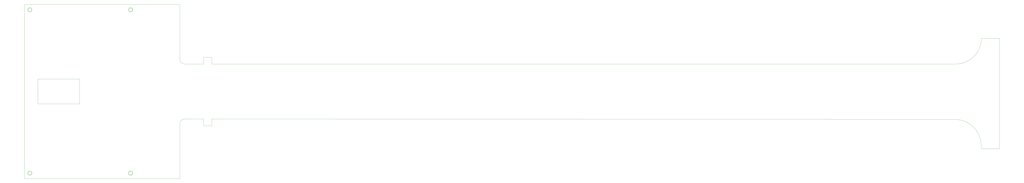
<source format=gm1>
G04 #@! TF.GenerationSoftware,KiCad,Pcbnew,6.0.4*
G04 #@! TF.CreationDate,2022-05-04T22:08:56-05:00*
G04 #@! TF.ProjectId,8ch_mas_flex,3863685f-6d61-4735-9f66-6c65782e6b69,rev?*
G04 #@! TF.SameCoordinates,Original*
G04 #@! TF.FileFunction,Profile,NP*
%FSLAX46Y46*%
G04 Gerber Fmt 4.6, Leading zero omitted, Abs format (unit mm)*
G04 Created by KiCad (PCBNEW 6.0.4) date 2022-05-04 22:08:56*
%MOMM*%
%LPD*%
G01*
G04 APERTURE LIST*
G04 #@! TA.AperFunction,Profile*
%ADD10C,0.040000*%
G04 #@! TD*
G04 #@! TA.AperFunction,Profile*
%ADD11C,0.150000*%
G04 #@! TD*
G04 #@! TA.AperFunction,Profile*
%ADD12C,0.100000*%
G04 #@! TD*
G04 APERTURE END LIST*
D10*
X-44060000Y-77900000D02*
X-44060000Y-81900000D01*
X408610080Y-129133132D02*
X408686000Y-131267200D01*
X-116199500Y-105139500D02*
X-140508600Y-105139500D01*
X-116199500Y-90639500D02*
X-140528600Y-90639500D01*
X-54900000Y-113900000D02*
G75*
G03*
X-57900000Y-116900000I1J-3000001D01*
G01*
X-44060000Y-113900000D02*
X-54900000Y-113900000D01*
D11*
X-85325527Y-145525000D02*
G75*
G03*
X-85325527Y-145525000I-1149473J0D01*
G01*
D12*
X-116199500Y-90639500D02*
X-116199500Y-105139500D01*
D10*
X-57900000Y-78900000D02*
X-57900000Y-47100000D01*
D12*
X393610080Y-81933132D02*
X-39260000Y-81900000D01*
D10*
X-57900000Y-78900000D02*
G75*
G03*
X-54900000Y-81900000I3000001J1D01*
G01*
X393610080Y-81933107D02*
G75*
G03*
X408736800Y-67056000I88620J15038707D01*
G01*
X-57900000Y-148700000D02*
X-148298600Y-148700000D01*
X-39260000Y-81900000D02*
X-39260000Y-77900000D01*
D12*
X393610080Y-114193632D02*
X-39260000Y-113900000D01*
D10*
X408610093Y-129133132D02*
G75*
G03*
X393610080Y-114193632I-15235193J-296768D01*
G01*
D11*
X-143974127Y-50275000D02*
G75*
G03*
X-143974127Y-50275000I-1149473J0D01*
G01*
X-85325527Y-50275000D02*
G75*
G03*
X-85325527Y-50275000I-1149473J0D01*
G01*
D10*
X-57900000Y-116900000D02*
X-57900000Y-148700000D01*
X-148298600Y-131605800D02*
X-148298600Y-148700000D01*
X408686000Y-131267200D02*
X419349580Y-131267200D01*
X-39260000Y-77900000D02*
X-44060000Y-77900000D01*
X-44060000Y-117900000D02*
X-44060000Y-113900000D01*
D11*
X-143974127Y-145525000D02*
G75*
G03*
X-143974127Y-145525000I-1149473J0D01*
G01*
D12*
X-140508600Y-105139500D02*
X-140528600Y-90639500D01*
D10*
X408736800Y-67056000D02*
X419349580Y-67056000D01*
X-39260000Y-117900000D02*
X-44060000Y-117900000D01*
X-57900000Y-47100000D02*
X-148298600Y-47100000D01*
X-39260000Y-113900000D02*
X-39260000Y-117900000D01*
X-148298600Y-131605800D02*
X-148298600Y-64194200D01*
X-148298600Y-64194200D02*
X-148298600Y-47100000D01*
X419349580Y-67056000D02*
X419349580Y-131267200D01*
X-54900000Y-81900000D02*
X-44060000Y-81900000D01*
M02*

</source>
